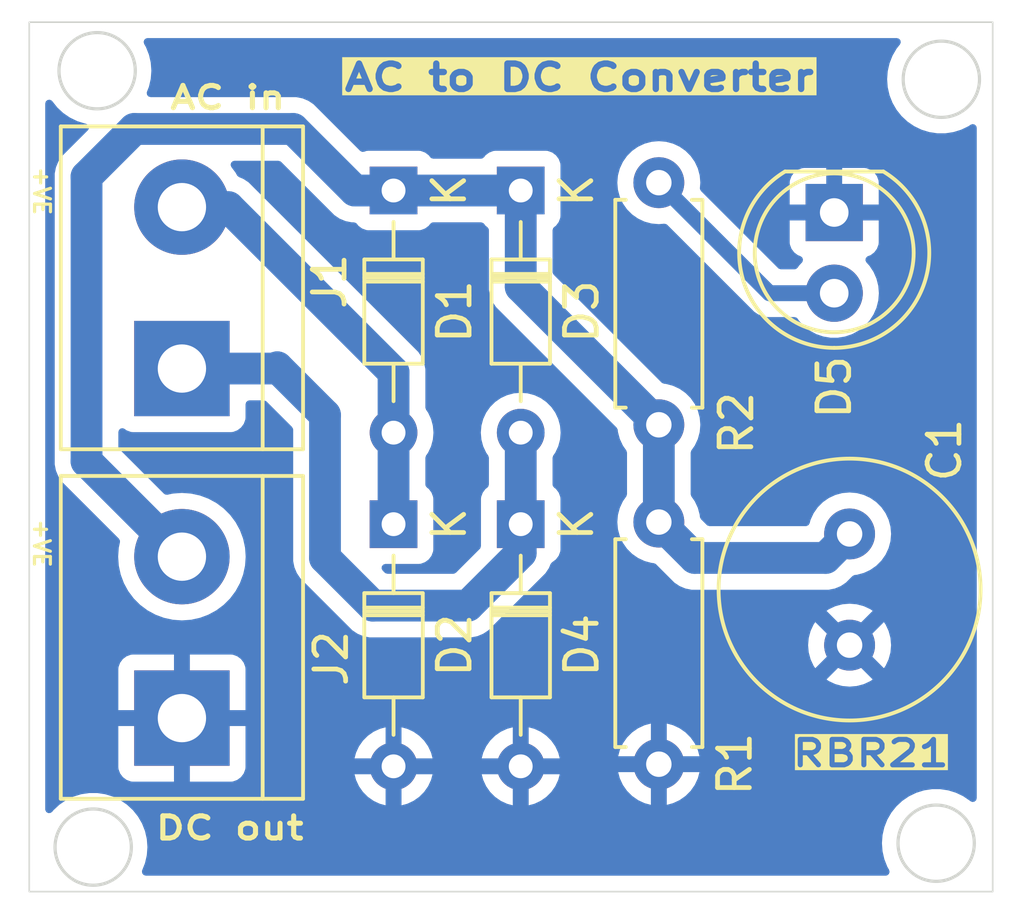
<source format=kicad_pcb>
(kicad_pcb (version 20240108) (generator "pcbnew") (generator_version "8.0")
  (layers (0 "F.Cu" signal) (31 "B.Cu" signal) (34 "B.Paste" user) (35 "F.Paste" user) (36 "B.SilkS" user "B.Silkscreen") (37 "F.SilkS" user "F.Silkscreen") (38 "B.Mask" user) (39 "F.Mask" user) (44 "Edge.Cuts" user))
  (net 0 "")
  (net 1 "GND")
  (net 2 "Net-(D1-A)")
  (net 3 "Net-(D3-A)")
  (net 4 "Net-(D5-A)")
  (net 5 "/+VE")
  (footprint "Diode_THT:D_DO-34_SOD68_P7.62mm_Horizontal" (layer "F.Cu") (at 139.156304 79.437456 -90)
    (property "Reference" "D1" (at 3.81 -1.92 90) (layer "F.SilkS"))
    (property "Value" "1N4007")
    (fp_line (start 2.17 0.92) (end 5.45 0.92) (stroke (width 0.12)) (layer "F.SilkS"))
    (fp_line (start 5.45 0.92) (end 5.45 -0.92) (stroke (width 0.12)) (layer "F.SilkS"))
    (fp_line (start 0.99 0) (end 2.17 0) (stroke (width 0.12)) (layer "F.SilkS"))
    (fp_line (start 6.63 0) (end 5.45 0) (stroke (width 0.12)) (layer "F.SilkS"))
    (fp_line (start 2.17 -0.92) (end 2.17 0.92) (stroke (width 0.12)) (layer "F.SilkS"))
    (fp_line (start 2.626 -0.92) (end 2.626 0.92) (stroke (width 0.12)) (layer "F.SilkS"))
    (fp_line (start 2.746 -0.92) (end 2.746 0.92) (stroke (width 0.12)) (layer "F.SilkS"))
    (fp_line (start 2.866 -0.92) (end 2.866 0.92) (stroke (width 0.12)) (layer "F.SilkS"))
    (fp_line (start 5.45 -0.92) (end 2.17 -0.92) (stroke (width 0.12)) (layer "F.SilkS"))
    (fp_text user "K" (at 0 -1.75 90) (layer "F.SilkS"))
    (pad "1" thru_hole rect (at 0 0 270) (size 1.5 1.5) (drill 0.75) (layers "*.Cu" "*.Mask") (net 5 "/+VE"))
    (pad "2" thru_hole oval (at 7.62 0 270) (size 1.5 1.5) (drill 0.75) (layers "*.Cu" "*.Mask") (net 2 "Net-(D1-A)"))
  )
  (footprint "Resistor_THT:R_Axial_DIN0207_L6.3mm_D2.5mm_P7.62mm_Horizontal" (layer "F.Cu") (at 147.5 86.81 90)
    (property "Reference" "R2" (at 0.048087 2.440525 90) (layer "F.SilkS"))
    (property "Value" "2.2K")
    (fp_line (start 7.08 -1.37) (end 7.08 -1.04) (stroke (width 0.12)) (layer "F.SilkS"))
    (fp_line (start 0.54 -1.37) (end 7.08 -1.37) (stroke (width 0.12)) (layer "F.SilkS"))
    (fp_line (start 0.54 -1.04) (end 0.54 -1.37) (stroke (width 0.12)) (layer "F.SilkS"))
    (fp_line (start 0.54 1.04) (end 0.54 1.37) (stroke (width 0.12)) (layer "F.SilkS"))
    (fp_line (start 7.08 1.37) (end 7.08 1.04) (stroke (width 0.12)) (layer "F.SilkS"))
    (fp_line (start 0.54 1.37) (end 7.08 1.37) (stroke (width 0.12)) (layer "F.SilkS"))
    (pad "1" thru_hole circle (at 0 0 90) (size 1.6 1.6) (drill 0.8) (layers "*.Cu" "*.Mask") (net 5 "/+VE"))
    (pad "2" thru_hole oval (at 7.62 0 90) (size 1.6 1.6) (drill 0.8) (layers "*.Cu" "*.Mask") (net 4 "Net-(D5-A)"))
  )
  (footprint "Capacitor_THT:C_Radial_D8.0mm_H11.5mm_P3.50mm" (layer "F.Cu") (at 153.5 90.244817 -90)
    (property "Reference" "C1" (at -2.637402 -2.984454 90) (layer "F.SilkS"))
    (property "Value" "1000uF")
    (fp_circle (center 1.75 0) (end 5.87 0) (stroke (width 0.12)) (fill none) (layer "F.SilkS"))
    (pad "1" thru_hole circle (at 0 0 270) (size 1.6 1.6) (drill 0.8) (layers "*.Cu" "*.Mask") (net 5 "/+VE"))
    (pad "2" thru_hole circle (at 3.5 0 270) (size 1.6 1.6) (drill 0.8) (layers "*.Cu" "*.Mask") (net 1 "GND"))
  )
  (footprint "TerminalBlock:TerminalBlock_bornier-2_P5.08mm" (layer "F.Cu") (at 132.5 96.04 90)
    (property "Reference" "J2" (at 1.877577 4.693649 90) (layer "F.SilkS"))
    (property "Value" "Screw_Terminal_01x02")
    (fp_line (start 7.62 -3.81) (end -2.54 -3.81) (stroke (width 0.12)) (layer "F.SilkS"))
    (fp_line (start -2.54 -3.81) (end -2.54 3.81) (stroke (width 0.12)) (layer "F.SilkS"))
    (fp_line (start 7.62 2.54) (end -2.54 2.54) (stroke (width 0.12)) (layer "F.SilkS"))
    (fp_line (start 7.62 3.81) (end 7.62 -3.81) (stroke (width 0.12)) (layer "F.SilkS"))
    (fp_line (start -2.54 3.81) (end 7.62 3.81) (stroke (width 0.12)) (layer "F.SilkS"))
    (pad "1" thru_hole rect (at 0 0 90) (size 3 3) (drill 1.52) (layers "*.Cu" "*.Mask") (net 1 "GND"))
    (pad "2" thru_hole circle (at 5.08 0 90) (size 3 3) (drill 1.52) (layers "*.Cu" "*.Mask") (net 5 "/+VE"))
  )
  (footprint "TerminalBlock:TerminalBlock_bornier-2_P5.08mm" (layer "F.Cu") (at 132.5 85.04 90)
    (property "Reference" "J1" (at 2.742776 4.644371 90) (layer "F.SilkS"))
    (property "Value" "Screw_Terminal_01x02")
    (fp_line (start 7.62 -3.81) (end -2.54 -3.81) (stroke (width 0.12)) (layer "F.SilkS"))
    (fp_line (start -2.54 -3.81) (end -2.54 3.81) (stroke (width 0.12)) (layer "F.SilkS"))
    (fp_line (start 7.62 2.54) (end -2.54 2.54) (stroke (width 0.12)) (layer "F.SilkS"))
    (fp_line (start 7.62 3.81) (end 7.62 -3.81) (stroke (width 0.12)) (layer "F.SilkS"))
    (fp_line (start -2.54 3.81) (end 7.62 3.81) (stroke (width 0.12)) (layer "F.SilkS"))
    (pad "1" thru_hole rect (at 0 0 90) (size 3 3) (drill 1.52) (layers "*.Cu" "*.Mask") (net 3 "Net-(D3-A)"))
    (pad "2" thru_hole circle (at 5.08 0 90) (size 3 3) (drill 1.52) (layers "*.Cu" "*.Mask") (net 2 "Net-(D1-A)"))
  )
  (footprint "LED_THT:LED_D5.0mm" (layer "F.Cu") (at 153.015879 80.128838 -90)
    (property "Reference" "D5" (at 5.5 0 90) (layer "F.SilkS"))
    (property "Value" "LED")
    (fp_line (start -1.29 -1.545) (end -1.29 1.545) (stroke (width 0.12)) (layer "F.SilkS"))
    (fp_arc (start 4.26 0.000048) (mid 2.071756 2.880501) (end -1.29 1.54483) (stroke (width 0.12)) (layer "F.SilkS"))
    (fp_arc (start -1.29 -1.54483) (mid 2.071756 -2.880501) (end 4.26 -0.000048) (stroke (width 0.12)) (layer "F.SilkS"))
    (fp_circle (center 1.27 0) (end 3.77 0) (stroke (width 0.12)) (fill none) (layer "F.SilkS"))
    (pad "1" thru_hole rect (at 0 0 270) (size 1.8 1.8) (drill 0.9) (layers "*.Cu" "*.Mask") (net 1 "GND"))
    (pad "2" thru_hole circle (at 2.54 0 270) (size 1.8 1.8) (drill 0.9) (layers "*.Cu" "*.Mask") (net 4 "Net-(D5-A)"))
  )
  (footprint "Diode_THT:D_DO-34_SOD68_P7.62mm_Horizontal" (layer "F.Cu") (at 143.156304 89.937456 -90)
    (property "Reference" "D4" (at 3.81 -1.92 90) (layer "F.SilkS"))
    (property "Value" "1N4007")
    (fp_line (start 2.17 0.92) (end 5.45 0.92) (stroke (width 0.12)) (layer "F.SilkS"))
    (fp_line (start 5.45 0.92) (end 5.45 -0.92) (stroke (width 0.12)) (layer "F.SilkS"))
    (fp_line (start 0.99 0) (end 2.17 0) (stroke (width 0.12)) (layer "F.SilkS"))
    (fp_line (start 6.63 0) (end 5.45 0) (stroke (width 0.12)) (layer "F.SilkS"))
    (fp_line (start 2.17 -0.92) (end 2.17 0.92) (stroke (width 0.12)) (layer "F.SilkS"))
    (fp_line (start 2.626 -0.92) (end 2.626 0.92) (stroke (width 0.12)) (layer "F.SilkS"))
    (fp_line (start 2.746 -0.92) (end 2.746 0.92) (stroke (width 0.12)) (layer "F.SilkS"))
    (fp_line (start 2.866 -0.92) (end 2.866 0.92) (stroke (width 0.12)) (layer "F.SilkS"))
    (fp_line (start 5.45 -0.92) (end 2.17 -0.92) (stroke (width 0.12)) (layer "F.SilkS"))
    (fp_text user "K" (at 0 -1.75 90) (layer "F.SilkS"))
    (pad "1" thru_hole rect (at 0 0 270) (size 1.5 1.5) (drill 0.75) (layers "*.Cu" "*.Mask") (net 3 "Net-(D3-A)"))
    (pad "2" thru_hole oval (at 7.62 0 270) (size 1.5 1.5) (drill 0.75) (layers "*.Cu" "*.Mask") (net 1 "GND"))
  )
  (footprint "Resistor_THT:R_Axial_DIN0207_L6.3mm_D2.5mm_P7.62mm_Horizontal" (layer "F.Cu") (at 147.5 89.870971 -90)
    (property "Reference" "R1" (at 7.617209 -2.39199 90) (layer "F.SilkS"))
    (property "Value" "10K")
    (fp_line (start 0.54 1.37) (end 7.08 1.37) (stroke (width 0.12)) (layer "F.SilkS"))
    (fp_line (start 7.08 1.37) (end 7.08 1.04) (stroke (width 0.12)) (layer "F.SilkS"))
    (fp_line (start 0.54 1.04) (end 0.54 1.37) (stroke (width 0.12)) (layer "F.SilkS"))
    (fp_line (start 0.54 -1.04) (end 0.54 -1.37) (stroke (width 0.12)) (layer "F.SilkS"))
    (fp_line (start 0.54 -1.37) (end 7.08 -1.37) (stroke (width 0.12)) (layer "F.SilkS"))
    (fp_line (start 7.08 -1.37) (end 7.08 -1.04) (stroke (width 0.12)) (layer "F.SilkS"))
    (pad "1" thru_hole circle (at 0 0 270) (size 1.6 1.6) (drill 0.8) (layers "*.Cu" "*.Mask") (net 5 "/+VE"))
    (pad "2" thru_hole oval (at 7.62 0 270) (size 1.6 1.6) (drill 0.8) (layers "*.Cu" "*.Mask") (net 1 "GND"))
  )
  (footprint "Diode_THT:D_DO-34_SOD68_P7.62mm_Horizontal" (layer "F.Cu") (at 139.156304 89.937456 -90)
    (property "Reference" "D2" (at 3.81 -1.92 90) (layer "F.SilkS"))
    (property "Value" "1N4007")
    (fp_line (start 2.17 0.92) (end 5.45 0.92) (stroke (width 0.12)) (layer "F.SilkS"))
    (fp_line (start 5.45 0.92) (end 5.45 -0.92) (stroke (width 0.12)) (layer "F.SilkS"))
    (fp_line (start 0.99 0) (end 2.17 0) (stroke (width 0.12)) (layer "F.SilkS"))
    (fp_line (start 6.63 0) (end 5.45 0) (stroke (width 0.12)) (layer "F.SilkS"))
    (fp_line (start 2.17 -0.92) (end 2.17 0.92) (stroke (width 0.12)) (layer "F.SilkS"))
    (fp_line (start 2.626 -0.92) (end 2.626 0.92) (stroke (width 0.12)) (layer "F.SilkS"))
    (fp_line (start 2.746 -0.92) (end 2.746 0.92) (stroke (width 0.12)) (layer "F.SilkS"))
    (fp_line (start 2.866 -0.92) (end 2.866 0.92) (stroke (width 0.12)) (layer "F.SilkS"))
    (fp_line (start 5.45 -0.92) (end 2.17 -0.92) (stroke (width 0.12)) (layer "F.SilkS"))
    (fp_text user "K" (at 0 -1.75 90) (layer "F.SilkS"))
    (pad "1" thru_hole rect (at 0 0 270) (size 1.5 1.5) (drill 0.75) (layers "*.Cu" "*.Mask") (net 2 "Net-(D1-A)"))
    (pad "2" thru_hole oval (at 7.62 0 270) (size 1.5 1.5) (drill 0.75) (layers "*.Cu" "*.Mask") (net 1 "GND"))
  )
  (footprint "Diode_THT:D_DO-34_SOD68_P7.62mm_Horizontal" (layer "F.Cu") (at 143.156304 79.437456 -90)
    (property "Reference" "D3" (at 3.81 -1.92 90) (layer "F.SilkS"))
    (property "Value" "1N4007")
    (fp_line (start 2.17 0.92) (end 5.45 0.92) (stroke (width 0.12)) (layer "F.SilkS"))
    (fp_line (start 5.45 0.92) (end 5.45 -0.92) (stroke (width 0.12)) (layer "F.SilkS"))
    (fp_line (start 0.99 0) (end 2.17 0) (stroke (width 0.12)) (layer "F.SilkS"))
    (fp_line (start 6.63 0) (end 5.45 0) (stroke (width 0.12)) (layer "F.SilkS"))
    (fp_line (start 2.17 -0.92) (end 2.17 0.92) (stroke (width 0.12)) (layer "F.SilkS"))
    (fp_line (start 2.626 -0.92) (end 2.626 0.92) (stroke (width 0.12)) (layer "F.SilkS"))
    (fp_line (start 2.746 -0.92) (end 2.746 0.92) (stroke (width 0.12)) (layer "F.SilkS"))
    (fp_line (start 2.866 -0.92) (end 2.866 0.92) (stroke (width 0.12)) (layer "F.SilkS"))
    (fp_line (start 5.45 -0.92) (end 2.17 -0.92) (stroke (width 0.12)) (layer "F.SilkS"))
    (fp_text user "K" (at 0 -1.75 90) (layer "F.SilkS"))
    (pad "1" thru_hole rect (at 0 0 270) (size 1.5 1.5) (drill 0.75) (layers "*.Cu" "*.Mask") (net 5 "/+VE"))
    (pad "2" thru_hole oval (at 7.62 0 270) (size 1.5 1.5) (drill 0.75) (layers "*.Cu" "*.Mask") (net 3 "Net-(D3-A)"))
  )
  (gr_circle (center 129.833482 75.667408) (end 131.033482 75.667408) (stroke (width 0.1)) (fill none) (layer "Edge.Cuts"))
  (gr_circle (center 129.709414 100.099613) (end 130.909414 100.099613) (stroke (width 0.1)) (fill none) (layer "Edge.Cuts"))
  (gr_rect (start 127.699596 74.139558) (end 158 101.5) (stroke (width 0.05)) (fill none) (layer "Edge.Cuts"))
  (gr_circle (center 156.222627 99.977372) (end 157.422627 99.977372) (stroke (width 0.1)) (fill none) (layer "Edge.Cuts"))
  (gr_circle (center 156.386044 75.935848) (end 157.586044 75.935848) (stroke (width 0.1)) (fill none) (layer "Edge.Cuts"))
  (gr_text "DC out" (at 134 99.5 0) (layer "F.SilkS") (effects (font (size 0.7 0.9) (thickness 0.16) (bold yes))))
  (gr_text "AC to DC Converter" (at 145 75.881689 0) (layer "F.SilkS" knockout) (effects (font (size 0.8 1) (thickness 0.2) (bold yes))))
  (gr_text "AC in" (at 133.945925 76.514522 0) (layer "F.SilkS") (effects (font (size 0.7 0.9) (thickness 0.16) (bold yes))))
  (gr_text "+VE\n" (at 128.088297 90.539761 -90) (layer "F.SilkS") (effects (font (size 0.5 0.5) (thickness 0.1) (bold yes))))
  (gr_text "RBR21" (at 154.163082 97.148434 0) (layer "F.SilkS" knockout) (effects (font (size 0.8 1) (thickness 0.16) (bold yes))))
  (gr_text "+VE\n" (at 128.092017 79.450212 -90) (layer "F.SilkS") (effects (font (size 0.5 0.5) (thickness 0.1) (bold yes))))
  (segment (start 133.96 79.96) (end 139.156304 85.156304) (width 1) (layer "B.Cu") (net 2))
  (segment (start 139.156304 85.156304) (end 139.156304 87.057456) (width 1) (layer "B.Cu") (net 2))
  (segment (start 139.156304 87.057456) (end 139.156304 89.937456) (width 1) (layer "B.Cu") (net 2))
  (segment (start 132.5 79.96) (end 133.96 79.96) (width 1) (layer "B.Cu") (net 2))
  (segment (start 138.5 92.5) (end 137 91) (width 1) (layer "B.Cu") (net 3))
  (segment (start 143.156304 89.937456) (end 143.156304 90.843696) (width 1) (layer "B.Cu") (net 3))
  (segment (start 132.5 85.04) (end 135.46 85.04) (width 1) (layer "B.Cu") (net 3))
  (segment (start 143.156304 90.843696) (end 141.5 92.5) (width 1) (layer "B.Cu") (net 3))
  (segment (start 137 91) (end 137 86.5) (width 1) (layer "B.Cu") (net 3))
  (segment (start 143.156304 87.057456) (end 143.156304 89.937456) (width 1) (layer "B.Cu") (net 3))
  (segment (start 137 86.5) (end 135.5 85) (width 1) (layer "B.Cu") (net 3))
  (segment (start 135.46 85.04) (end 135.5 85) (width 1) (layer "B.Cu") (net 3))
  (segment (start 141.5 92.5) (end 138.5 92.5) (width 1) (layer "B.Cu") (net 3))
  (segment (start 153.015879 82.668838) (end 150.978838 82.668838) (width 0.5) (layer "B.Cu") (net 4))
  (segment (start 150.978838 82.668838) (end 147.5 79.19) (width 0.5) (layer "B.Cu") (net 4))
  (segment (start 137.937456 79.437456) (end 139.156304 79.437456) (width 1) (layer "B.Cu") (net 5))
  (segment (start 129.5 79) (end 131 77.5) (width 1) (layer "B.Cu") (net 5))
  (segment (start 139.156304 79.437456) (end 143.156304 79.437456) (width 1) (layer "B.Cu") (net 5))
  (segment (start 148.629029 91) (end 147.5 89.870971) (width 1) (layer "B.Cu") (net 5))
  (segment (start 136 77.5) (end 137.937456 79.437456) (width 1) (layer "B.Cu") (net 5))
  (segment (start 132.5 90.96) (end 129.5 87.96) (width 1) (layer "B.Cu") (net 5))
  (segment (start 147.5 89.870971) (end 147.5 86.81) (width 1) (layer "B.Cu") (net 5))
  (segment (start 143.156304 82.466304) (end 147.5 86.81) (width 1) (layer "B.Cu") (net 5))
  (segment (start 152.744817 91) (end 148.629029 91) (width 1) (layer "B.Cu") (net 5))
  (segment (start 131 77.5) (end 136 77.5) (width 1) (layer "B.Cu") (net 5))
  (segment (start 153.698682 90.244817) (end 153.5 90.244817) (width 1) (layer "B.Cu") (net 5))
  (segment (start 153.5 90.244817) (end 152.744817 91) (width 1) (layer "B.Cu") (net 5))
  (segment (start 143.156304 79.437456) (end 143.156304 82.466304) (width 1) (layer "B.Cu") (net 5))
  (segment (start 129.5 87.96) (end 129.5 79) (width 1) (layer "B.Cu") (net 5))
  (zone (net 1) (net_name "GND") (layer "B.Cu") (connect_pads (clearance 0.5)) (min_thickness 0.25) (fill yes (thermal_gap 0.5) (thermal_bridge_width 0.5))
    (polygon (pts (xy 159 73.5) (xy 159 102.174022) (xy 126.778229 102.115901) (xy 126.778229 73.441879)))
  )
)
</source>
